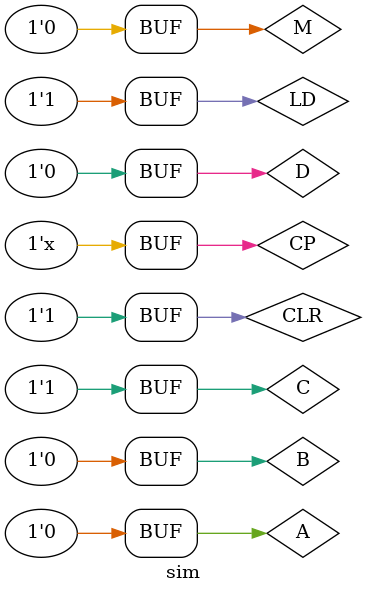
<source format=v>
`timescale 1ns / 1ps


module sim();
    reg CP;
    reg M;
    wire D,C,B,A;
    reg LD;
    reg CLR;
    wire QD,QC,QB,QA;
    wire Qcc;


initial begin
    CP<=0;
    M<=1;
    LD<=1;
    CLR<=1;
    #50 LD<=0;
    #50 LD<=1;
    #50 LD<=0;
    #50 LD<=1;
    #500 M<=0;
end
    assign {D,C,B,A}=4'b0100;
    

    always #10 CP<=~CP;
    counter my_counter(D,C,B,A,CP,M,LD,CLR,QD,QC,QB,QA,Qcc);
endmodule

</source>
